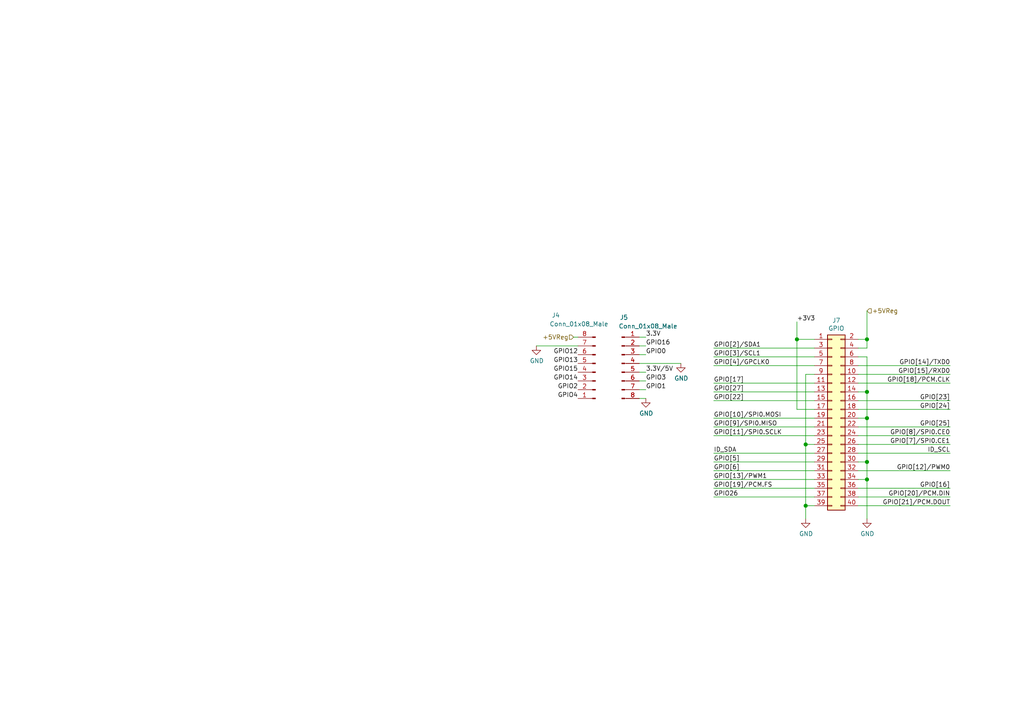
<source format=kicad_sch>
(kicad_sch (version 20211123) (generator eeschema)
  (paper "A4")
  (lib_symbols
    (symbol "Connector:Conn_01x08_Male" (pin_names (offset 1.016) hide)
      (property "Reference" "J" (at 0 10.16 0))
      (property "Value" "Conn_01x08_Male" (at 0 -12.7 0))
      (symbol "Conn_01x08_Male_1_1"
        (polyline (pts (xy 1.27 -10.16) (xy 0.8636 -10.16)) (stroke (width 0.1524)))
        (polyline (pts (xy 1.27 -7.62) (xy 0.8636 -7.62)) (stroke (width 0.1524)))
        (polyline (pts (xy 1.27 -5.08) (xy 0.8636 -5.08)) (stroke (width 0.1524)))
        (polyline (pts (xy 1.27 -2.54) (xy 0.8636 -2.54)) (stroke (width 0.1524)))
        (polyline (pts (xy 1.27 0) (xy 0.8636 0)) (stroke (width 0.1524)))
        (polyline (pts (xy 1.27 2.54) (xy 0.8636 2.54)) (stroke (width 0.1524)))
        (polyline (pts (xy 1.27 5.08) (xy 0.8636 5.08)) (stroke (width 0.1524)))
        (polyline (pts (xy 1.27 7.62) (xy 0.8636 7.62)) (stroke (width 0.1524)))
        (rectangle (start 0.8636 -10.033) (end 0 -10.287) (stroke (width 0.1524)) (fill (type outline)))
        (rectangle (start 0.8636 -7.493) (end 0 -7.747) (stroke (width 0.1524)) (fill (type outline)))
        (rectangle (start 0.8636 -4.953) (end 0 -5.207) (stroke (width 0.1524)) (fill (type outline)))
        (rectangle (start 0.8636 -2.413) (end 0 -2.667) (stroke (width 0.1524)) (fill (type outline)))
        (rectangle (start 0.8636 0.127) (end 0 -0.127) (stroke (width 0.1524)) (fill (type outline)))
        (rectangle (start 0.8636 2.667) (end 0 2.413) (stroke (width 0.1524)) (fill (type outline)))
        (rectangle (start 0.8636 5.207) (end 0 4.953) (stroke (width 0.1524)) (fill (type outline)))
        (rectangle (start 0.8636 7.747) (end 0 7.493) (stroke (width 0.1524)) (fill (type outline)))
        (pin passive line (at 5.08 7.62 180) (length 3.81) (name "Pin_1") (number "1"))
        (pin passive line (at 5.08 5.08 180) (length 3.81) (name "Pin_2") (number "2"))
        (pin passive line (at 5.08 2.54 180) (length 3.81) (name "Pin_3") (number "3"))
        (pin passive line (at 5.08 0 180) (length 3.81) (name "Pin_4") (number "4"))
        (pin passive line (at 5.08 -2.54 180) (length 3.81) (name "Pin_5") (number "5"))
        (pin passive line (at 5.08 -5.08 180) (length 3.81) (name "Pin_6") (number "6"))
        (pin passive line (at 5.08 -7.62 180) (length 3.81) (name "Pin_7") (number "7"))
        (pin passive line (at 5.08 -10.16 180) (length 3.81) (name "Pin_8") (number "8"))
      )
    )
    (symbol "Connector_Generic:Conn_02x20_Odd_Even" (pin_names (offset 1.016) hide)
      (property "Reference" "J" (at 1.27 25.4 0))
      (property "Value" "Conn_02x20_Odd_Even" (at 1.27 -27.94 0))
      (symbol "Conn_02x20_Odd_Even_1_1"
        (rectangle (start -1.27 -25.273) (end 0 -25.527) (stroke (width 0.1524)))
        (rectangle (start -1.27 -22.733) (end 0 -22.987) (stroke (width 0.1524)))
        (rectangle (start -1.27 -20.193) (end 0 -20.447) (stroke (width 0.1524)))
        (rectangle (start -1.27 -17.653) (end 0 -17.907) (stroke (width 0.1524)))
        (rectangle (start -1.27 -15.113) (end 0 -15.367) (stroke (width 0.1524)))
        (rectangle (start -1.27 -12.573) (end 0 -12.827) (stroke (width 0.1524)))
        (rectangle (start -1.27 -10.033) (end 0 -10.287) (stroke (width 0.1524)))
        (rectangle (start -1.27 -7.493) (end 0 -7.747) (stroke (width 0.1524)))
        (rectangle (start -1.27 -4.953) (end 0 -5.207) (stroke (width 0.1524)))
        (rectangle (start -1.27 -2.413) (end 0 -2.667) (stroke (width 0.1524)))
        (rectangle (start -1.27 0.127) (end 0 -0.127) (stroke (width 0.1524)))
        (rectangle (start -1.27 2.667) (end 0 2.413) (stroke (width 0.1524)))
        (rectangle (start -1.27 5.207) (end 0 4.953) (stroke (width 0.1524)))
        (rectangle (start -1.27 7.747) (end 0 7.493) (stroke (width 0.1524)))
        (rectangle (start -1.27 10.287) (end 0 10.033) (stroke (width 0.1524)))
        (rectangle (start -1.27 12.827) (end 0 12.573) (stroke (width 0.1524)))
        (rectangle (start -1.27 15.367) (end 0 15.113) (stroke (width 0.1524)))
        (rectangle (start -1.27 17.907) (end 0 17.653) (stroke (width 0.1524)))
        (rectangle (start -1.27 20.447) (end 0 20.193) (stroke (width 0.1524)))
        (rectangle (start -1.27 22.987) (end 0 22.733) (stroke (width 0.1524)))
        (rectangle (start -1.27 24.13) (end 3.81 -26.67) (stroke (width 0.254)) (fill (type background)))
        (rectangle (start 3.81 -25.273) (end 2.54 -25.527) (stroke (width 0.1524)))
        (rectangle (start 3.81 -22.733) (end 2.54 -22.987) (stroke (width 0.1524)))
        (rectangle (start 3.81 -20.193) (end 2.54 -20.447) (stroke (width 0.1524)))
        (rectangle (start 3.81 -17.653) (end 2.54 -17.907) (stroke (width 0.1524)))
        (rectangle (start 3.81 -15.113) (end 2.54 -15.367) (stroke (width 0.1524)))
        (rectangle (start 3.81 -12.573) (end 2.54 -12.827) (stroke (width 0.1524)))
        (rectangle (start 3.81 -10.033) (end 2.54 -10.287) (stroke (width 0.1524)))
        (rectangle (start 3.81 -7.493) (end 2.54 -7.747) (stroke (width 0.1524)))
        (rectangle (start 3.81 -4.953) (end 2.54 -5.207) (stroke (width 0.1524)))
        (rectangle (start 3.81 -2.413) (end 2.54 -2.667) (stroke (width 0.1524)))
        (rectangle (start 3.81 0.127) (end 2.54 -0.127) (stroke (width 0.1524)))
        (rectangle (start 3.81 2.667) (end 2.54 2.413) (stroke (width 0.1524)))
        (rectangle (start 3.81 5.207) (end 2.54 4.953) (stroke (width 0.1524)))
        (rectangle (start 3.81 7.747) (end 2.54 7.493) (stroke (width 0.1524)))
        (rectangle (start 3.81 10.287) (end 2.54 10.033) (stroke (width 0.1524)))
        (rectangle (start 3.81 12.827) (end 2.54 12.573) (stroke (width 0.1524)))
        (rectangle (start 3.81 15.367) (end 2.54 15.113) (stroke (width 0.1524)))
        (rectangle (start 3.81 17.907) (end 2.54 17.653) (stroke (width 0.1524)))
        (rectangle (start 3.81 20.447) (end 2.54 20.193) (stroke (width 0.1524)))
        (rectangle (start 3.81 22.987) (end 2.54 22.733) (stroke (width 0.1524)))
        (pin passive line (at -5.08 22.86 0) (length 3.81) (name "Pin_1") (number "1"))
        (pin passive line (at 7.62 12.7 180) (length 3.81) (name "Pin_10") (number "10"))
        (pin passive line (at -5.08 10.16 0) (length 3.81) (name "Pin_11") (number "11"))
        (pin passive line (at 7.62 10.16 180) (length 3.81) (name "Pin_12") (number "12"))
        (pin passive line (at -5.08 7.62 0) (length 3.81) (name "Pin_13") (number "13"))
        (pin passive line (at 7.62 7.62 180) (length 3.81) (name "Pin_14") (number "14"))
        (pin passive line (at -5.08 5.08 0) (length 3.81) (name "Pin_15") (number "15"))
        (pin passive line (at 7.62 5.08 180) (length 3.81) (name "Pin_16") (number "16"))
        (pin passive line (at -5.08 2.54 0) (length 3.81) (name "Pin_17") (number "17"))
        (pin passive line (at 7.62 2.54 180) (length 3.81) (name "Pin_18") (number "18"))
        (pin passive line (at -5.08 0 0) (length 3.81) (name "Pin_19") (number "19"))
        (pin passive line (at 7.62 22.86 180) (length 3.81) (name "Pin_2") (number "2"))
        (pin passive line (at 7.62 0 180) (length 3.81) (name "Pin_20") (number "20"))
        (pin passive line (at -5.08 -2.54 0) (length 3.81) (name "Pin_21") (number "21"))
        (pin passive line (at 7.62 -2.54 180) (length 3.81) (name "Pin_22") (number "22"))
        (pin passive line (at -5.08 -5.08 0) (length 3.81) (name "Pin_23") (number "23"))
        (pin passive line (at 7.62 -5.08 180) (length 3.81) (name "Pin_24") (number "24"))
        (pin passive line (at -5.08 -7.62 0) (length 3.81) (name "Pin_25") (number "25"))
        (pin passive line (at 7.62 -7.62 180) (length 3.81) (name "Pin_26") (number "26"))
        (pin passive line (at -5.08 -10.16 0) (length 3.81) (name "Pin_27") (number "27"))
        (pin passive line (at 7.62 -10.16 180) (length 3.81) (name "Pin_28") (number "28"))
        (pin passive line (at -5.08 -12.7 0) (length 3.81) (name "Pin_29") (number "29"))
        (pin passive line (at -5.08 20.32 0) (length 3.81) (name "Pin_3") (number "3"))
        (pin passive line (at 7.62 -12.7 180) (length 3.81) (name "Pin_30") (number "30"))
        (pin passive line (at -5.08 -15.24 0) (length 3.81) (name "Pin_31") (number "31"))
        (pin passive line (at 7.62 -15.24 180) (length 3.81) (name "Pin_32") (number "32"))
        (pin passive line (at -5.08 -17.78 0) (length 3.81) (name "Pin_33") (number "33"))
        (pin passive line (at 7.62 -17.78 180) (length 3.81) (name "Pin_34") (number "34"))
        (pin passive line (at -5.08 -20.32 0) (length 3.81) (name "Pin_35") (number "35"))
        (pin passive line (at 7.62 -20.32 180) (length 3.81) (name "Pin_36") (number "36"))
        (pin passive line (at -5.08 -22.86 0) (length 3.81) (name "Pin_37") (number "37"))
        (pin passive line (at 7.62 -22.86 180) (length 3.81) (name "Pin_38") (number "38"))
        (pin passive line (at -5.08 -25.4 0) (length 3.81) (name "Pin_39") (number "39"))
        (pin passive line (at 7.62 20.32 180) (length 3.81) (name "Pin_4") (number "4"))
        (pin passive line (at 7.62 -25.4 180) (length 3.81) (name "Pin_40") (number "40"))
        (pin passive line (at -5.08 17.78 0) (length 3.81) (name "Pin_5") (number "5"))
        (pin passive line (at 7.62 17.78 180) (length 3.81) (name "Pin_6") (number "6"))
        (pin passive line (at -5.08 15.24 0) (length 3.81) (name "Pin_7") (number "7"))
        (pin passive line (at 7.62 15.24 180) (length 3.81) (name "Pin_8") (number "8"))
        (pin passive line (at -5.08 12.7 0) (length 3.81) (name "Pin_9") (number "9"))
      )
    )
    (symbol "power:GND" (power) (pin_names (offset 0))
      (property "Value" "GND" (at 0 -3.81 0))
      (symbol "GND_0_1"
        (polyline (pts (xy 0 0) (xy 0 -1.27) (xy 1.27 -1.27) (xy 0 -2.54) (xy -1.27 -1.27) (xy 0 -1.27)))
      )
      (symbol "GND_1_1"
        (pin power_in line (at 0 0 270) (length 0) hide (name "GND") (number "1"))
      )
    )
  )
  (junction (at 231.14 98.425) (diameter 1.016))
  (junction (at 233.68 146.685) (diameter 1.016))
  (junction (at 251.46 121.285) (diameter 1.016))
  (junction (at 233.68 128.905) (diameter 1.016))
  (junction (at 251.46 133.985) (diameter 1.016))
  (junction (at 251.46 98.425) (diameter 1.016))
  (junction (at 251.46 113.665) (diameter 1.016))
  (junction (at 251.46 139.065) (diameter 1.016))
  (wire (pts (xy 251.46 139.065) (xy 251.46 150.495)))
  (wire (pts (xy 187.325 107.95) (xy 185.42 107.95)))
  (wire (pts (xy 207.01 113.665) (xy 236.22 113.665)))
  (wire (pts (xy 233.68 146.685) (xy 233.68 150.495)))
  (wire (pts (xy 233.68 108.585) (xy 236.22 108.585)))
  (wire (pts (xy 248.92 126.365) (xy 275.59 126.365)))
  (wire (pts (xy 251.46 139.065) (xy 248.92 139.065)))
  (wire (pts (xy 166.37 97.79) (xy 167.64 97.79)))
  (wire (pts (xy 248.92 144.145) (xy 275.59 144.145)))
  (wire (pts (xy 187.325 97.79) (xy 185.42 97.79)))
  (wire (pts (xy 248.92 136.525) (xy 275.59 136.525)))
  (wire (pts (xy 187.325 100.33) (xy 185.42 100.33)))
  (wire (pts (xy 248.92 141.605) (xy 275.59 141.605)))
  (wire (pts (xy 187.325 115.57) (xy 185.42 115.57)))
  (wire (pts (xy 251.46 90.17) (xy 251.46 98.425)))
  (wire (pts (xy 251.46 98.425) (xy 248.92 98.425)))
  (wire (pts (xy 233.68 108.585) (xy 233.68 128.905)))
  (wire (pts (xy 248.92 111.125) (xy 275.59 111.125)))
  (wire (pts (xy 233.68 128.905) (xy 233.68 146.685)))
  (wire (pts (xy 207.01 144.145) (xy 236.22 144.145)))
  (wire (pts (xy 236.22 131.445) (xy 207.01 131.445)))
  (wire (pts (xy 207.01 141.605) (xy 236.22 141.605)))
  (wire (pts (xy 187.325 102.87) (xy 185.42 102.87)))
  (wire (pts (xy 248.92 106.045) (xy 275.59 106.045)))
  (wire (pts (xy 187.325 110.49) (xy 185.42 110.49)))
  (wire (pts (xy 248.92 128.905) (xy 275.59 128.905)))
  (wire (pts (xy 207.01 126.365) (xy 236.22 126.365)))
  (wire (pts (xy 236.22 121.285) (xy 207.01 121.285)))
  (wire (pts (xy 251.46 103.505) (xy 248.92 103.505)))
  (wire (pts (xy 185.42 105.41) (xy 197.485 105.41)))
  (wire (pts (xy 248.92 123.825) (xy 275.59 123.825)))
  (wire (pts (xy 231.14 98.425) (xy 231.14 118.745)))
  (wire (pts (xy 207.01 133.985) (xy 236.22 133.985)))
  (wire (pts (xy 248.92 108.585) (xy 275.59 108.585)))
  (wire (pts (xy 236.22 139.065) (xy 207.01 139.065)))
  (wire (pts (xy 251.46 113.665) (xy 248.92 113.665)))
  (wire (pts (xy 251.46 98.425) (xy 251.46 100.965)))
  (wire (pts (xy 251.46 121.285) (xy 251.46 133.985)))
  (wire (pts (xy 207.01 123.825) (xy 236.22 123.825)))
  (wire (pts (xy 155.575 100.33) (xy 167.64 100.33)))
  (wire (pts (xy 231.14 98.425) (xy 236.22 98.425)))
  (wire (pts (xy 251.46 113.665) (xy 251.46 121.285)))
  (wire (pts (xy 187.325 113.03) (xy 185.42 113.03)))
  (wire (pts (xy 236.22 100.965) (xy 207.01 100.965)))
  (wire (pts (xy 248.92 131.445) (xy 275.59 131.445)))
  (wire (pts (xy 231.14 93.345) (xy 231.14 98.425)))
  (wire (pts (xy 231.14 118.745) (xy 236.22 118.745)))
  (wire (pts (xy 207.01 116.205) (xy 236.22 116.205)))
  (wire (pts (xy 248.92 116.205) (xy 275.59 116.205)))
  (wire (pts (xy 251.46 100.965) (xy 248.92 100.965)))
  (wire (pts (xy 233.68 128.905) (xy 236.22 128.905)))
  (wire (pts (xy 251.46 121.285) (xy 248.92 121.285)))
  (wire (pts (xy 251.46 133.985) (xy 248.92 133.985)))
  (wire (pts (xy 207.01 136.525) (xy 236.22 136.525)))
  (wire (pts (xy 251.46 103.505) (xy 251.46 113.665)))
  (wire (pts (xy 207.01 106.045) (xy 236.22 106.045)))
  (wire (pts (xy 207.01 103.505) (xy 236.22 103.505)))
  (wire (pts (xy 236.22 111.125) (xy 207.01 111.125)))
  (wire (pts (xy 248.92 146.685) (xy 275.59 146.685)))
  (wire (pts (xy 233.68 146.685) (xy 236.22 146.685)))
  (wire (pts (xy 251.46 133.985) (xy 251.46 139.065)))
  (wire (pts (xy 248.92 118.745) (xy 275.59 118.745)))
  (label "GPIO[19]{slash}PCM.FS" (at 207.01 141.605 0))
  (label "GPIO4" (at 167.64 115.57 180))
  (label "GPIO12" (at 167.64 102.87 180))
  (label "GPIO[20]{slash}PCM.DIN" (at 275.59 144.145 180))
  (label "GPIO[13]{slash}PWM1" (at 207.01 139.065 0))
  (label "ID_SDA" (at 207.01 131.445 0))
  (label "GPIO[2]{slash}SDA1" (at 207.01 100.965 0))
  (label "GPIO13" (at 167.64 105.41 180))
  (label "GPIO0" (at 187.325 102.87 0))
  (label "GPIO1" (at 187.325 113.03 0))
  (label "GPIO3" (at 187.325 110.49 0))
  (label "GPIO[4]{slash}GPCLK0" (at 207.01 106.045 0))
  (label "GPIO[16]" (at 275.59 141.605 180))
  (label "GPIO[7]{slash}SPI0.CE1" (at 275.59 128.905 180))
  (label "GPIO[11]{slash}SPI0.SCLK" (at 207.01 126.365 0))
  (label "GPIO[24]" (at 275.59 118.745 180))
  (label "GPIO[6]" (at 207.01 136.525 0))
  (label "GPIO[14]{slash}TXD0" (at 275.59 106.045 180))
  (label "GPIO15" (at 167.64 107.95 180))
  (label "GPIO[25]" (at 275.59 123.825 180))
  (label "GPIO[21]{slash}PCM.DOUT" (at 275.59 146.685 180))
  (label "GPIO16" (at 187.325 100.33 0))
  (label "GPIO[3]{slash}SCL1" (at 207.01 103.505 0))
  (label "GPIO[10]{slash}SPI0.MOSI" (at 207.01 121.285 0))
  (label "GPIO[27]" (at 207.01 113.665 0))
  (label "3.3V{slash}5V" (at 187.325 107.95 0))
  (label "GPIO2" (at 167.64 113.03 180))
  (label "GPIO[18]{slash}PCM.CLK" (at 275.59 111.125 180))
  (label "ID_SCL" (at 275.59 131.445 180))
  (label "GPIO[12]{slash}PWM0" (at 275.59 136.525 180))
  (label "GPIO[22]" (at 207.01 116.205 0))
  (label "GPIO[17]" (at 207.01 111.125 0))
  (label "+3V3" (at 231.14 93.345 0))
  (label "GPIO[8]{slash}SPI0.CE0" (at 275.59 126.365 180))
  (label "GPIO[9]{slash}SPI0.MISO" (at 207.01 123.825 0))
  (label "GPIO26" (at 207.01 144.145 0))
  (label "GPIO[23]" (at 275.59 116.205 180))
  (label "GPIO[15]{slash}RXD0" (at 275.59 108.585 180))
  (label "GPIO14" (at 167.64 110.49 180))
  (label "GPIO[5]" (at 207.01 133.985 0))
  (label "3.3V" (at 187.325 97.79 0))
  (hierarchical_label "+5VReg" (shape input) (at 166.37 97.79 180))
  (hierarchical_label "+5VReg" (shape input) (at 251.46 90.17 0))
  (symbol (lib_id "Connector:Conn_01x08_Male") (at 180.34 105.41 0) (unit 1)
    (property "Reference" "J5" (at 180.975 92.075 0))
    (property "Value" "Conn_01x08_Male" (at 187.96 94.615 0))
    (property "Footprint" "Connector_PinHeader_2.54mm:PinHeader_1x08_P2.54mm_Vertical" (effects hide))
  )
  (symbol (lib_id "Connector:Conn_01x08_Male") (at 172.72 107.95 180) (unit 1)
    (property "Reference" "J4" (at 160.02 91.44 0) (effects (justify right)))
    (property "Value" "Conn_01x08_Male" (at 159.385 93.98 0) (effects (justify right)))
    (property "Footprint" "Connector_PinHeader_2.54mm:PinHeader_1x08_P2.54mm_Vertical" (effects hide))
  )
  (symbol (lib_id "Connector_Generic:Conn_02x20_Odd_Even") (at 241.3 121.285 0) (unit 1)
    (property "Reference" "J7" (at 242.57 92.9448 0))
    (property "Value" "GPIO" (at 242.57 95.25 0))
    (property "Footprint" "Connector_PinSocket_2.54mm:PinSocket_2x20_P2.54mm_Vertical" (effects hide))
  )
  (symbol (lib_id "power:GND") (at 197.485 105.41 0) (unit 1)
    (property "Reference" "#PWR0102" (effects hide))
    (property "Value" "GND" (at 197.5993 109.7344 0))
  )
  (symbol (lib_id "power:GND") (at 187.325 115.57 0) (unit 1)
    (property "Reference" "#PWR0101" (effects hide))
    (property "Value" "GND" (at 187.4393 119.8944 0))
  )
  (symbol (lib_id "power:GND") (at 251.46 150.495 0) (unit 1)
    (property "Reference" "#PWR0105" (effects hide))
    (property "Value" "GND" (at 251.5743 154.8194 0))
  )
  (symbol (lib_id "power:GND") (at 155.575 100.33 0) (unit 1)
    (property "Reference" "#PWR0103" (effects hide))
    (property "Value" "GND" (at 155.6893 104.6544 0))
  )
  (symbol (lib_id "power:GND") (at 233.68 150.495 0) (unit 1)
    (property "Reference" "#PWR0104" (effects hide))
    (property "Value" "GND" (at 233.7943 154.8194 0))
  )
)
</source>
